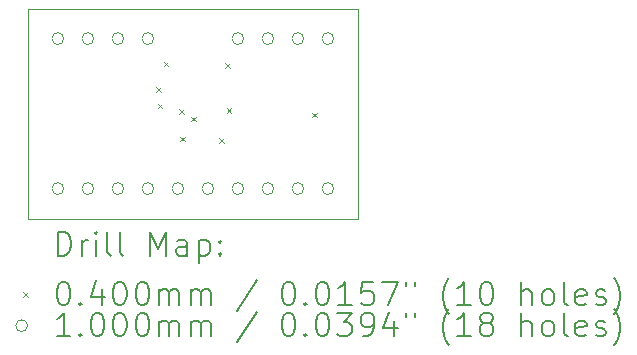
<source format=gbr>
%FSLAX45Y45*%
G04 Gerber Fmt 4.5, Leading zero omitted, Abs format (unit mm)*
G04 Created by KiCad (PCBNEW 6.0.5+dfsg-1~bpo11+1) date 2022-12-25 14:08:46*
%MOMM*%
%LPD*%
G01*
G04 APERTURE LIST*
%TA.AperFunction,Profile*%
%ADD10C,0.050000*%
%TD*%
%ADD11C,0.200000*%
%ADD12C,0.040000*%
%ADD13C,0.100000*%
G04 APERTURE END LIST*
D10*
X13208000Y-10922000D02*
X16002000Y-10922000D01*
X16002000Y-10922000D02*
X16002000Y-9144000D01*
X13208000Y-9144000D02*
X13208000Y-10922000D01*
X16002000Y-9144000D02*
X13208000Y-9144000D01*
D11*
D12*
X14292900Y-9809800D02*
X14332900Y-9849800D01*
X14332900Y-9809800D02*
X14292900Y-9849800D01*
X14305600Y-9949500D02*
X14345600Y-9989500D01*
X14345600Y-9949500D02*
X14305600Y-9989500D01*
X14356400Y-9593900D02*
X14396400Y-9633900D01*
X14396400Y-9593900D02*
X14356400Y-9633900D01*
X14489229Y-9994712D02*
X14529229Y-10034712D01*
X14529229Y-9994712D02*
X14489229Y-10034712D01*
X14496100Y-10228900D02*
X14536100Y-10268900D01*
X14536100Y-10228900D02*
X14496100Y-10268900D01*
X14590769Y-10058031D02*
X14630769Y-10098031D01*
X14630769Y-10058031D02*
X14590769Y-10098031D01*
X14826300Y-10241600D02*
X14866300Y-10281600D01*
X14866300Y-10241600D02*
X14826300Y-10281600D01*
X14877099Y-9606600D02*
X14917099Y-9646600D01*
X14917099Y-9606600D02*
X14877099Y-9646600D01*
X14889800Y-9987600D02*
X14929800Y-10027600D01*
X14929800Y-9987600D02*
X14889800Y-10027600D01*
X15613700Y-10025700D02*
X15653700Y-10065700D01*
X15653700Y-10025700D02*
X15613700Y-10065700D01*
D13*
X13512000Y-9398000D02*
G75*
G03*
X13512000Y-9398000I-50000J0D01*
G01*
X13512000Y-10668000D02*
G75*
G03*
X13512000Y-10668000I-50000J0D01*
G01*
X13766000Y-9398000D02*
G75*
G03*
X13766000Y-9398000I-50000J0D01*
G01*
X13766000Y-10668000D02*
G75*
G03*
X13766000Y-10668000I-50000J0D01*
G01*
X14020000Y-9398000D02*
G75*
G03*
X14020000Y-9398000I-50000J0D01*
G01*
X14020000Y-10668000D02*
G75*
G03*
X14020000Y-10668000I-50000J0D01*
G01*
X14274000Y-9398000D02*
G75*
G03*
X14274000Y-9398000I-50000J0D01*
G01*
X14274000Y-10668000D02*
G75*
G03*
X14274000Y-10668000I-50000J0D01*
G01*
X14528000Y-10668000D02*
G75*
G03*
X14528000Y-10668000I-50000J0D01*
G01*
X14782000Y-10668000D02*
G75*
G03*
X14782000Y-10668000I-50000J0D01*
G01*
X15036000Y-9398000D02*
G75*
G03*
X15036000Y-9398000I-50000J0D01*
G01*
X15036000Y-10668000D02*
G75*
G03*
X15036000Y-10668000I-50000J0D01*
G01*
X15290000Y-9398000D02*
G75*
G03*
X15290000Y-9398000I-50000J0D01*
G01*
X15290000Y-10668000D02*
G75*
G03*
X15290000Y-10668000I-50000J0D01*
G01*
X15544000Y-9398000D02*
G75*
G03*
X15544000Y-9398000I-50000J0D01*
G01*
X15544000Y-10668000D02*
G75*
G03*
X15544000Y-10668000I-50000J0D01*
G01*
X15798000Y-9398000D02*
G75*
G03*
X15798000Y-9398000I-50000J0D01*
G01*
X15798000Y-10668000D02*
G75*
G03*
X15798000Y-10668000I-50000J0D01*
G01*
D11*
X13463119Y-11234976D02*
X13463119Y-11034976D01*
X13510738Y-11034976D01*
X13539309Y-11044500D01*
X13558357Y-11063548D01*
X13567881Y-11082595D01*
X13577405Y-11120690D01*
X13577405Y-11149262D01*
X13567881Y-11187357D01*
X13558357Y-11206405D01*
X13539309Y-11225452D01*
X13510738Y-11234976D01*
X13463119Y-11234976D01*
X13663119Y-11234976D02*
X13663119Y-11101643D01*
X13663119Y-11139738D02*
X13672643Y-11120690D01*
X13682167Y-11111167D01*
X13701214Y-11101643D01*
X13720262Y-11101643D01*
X13786928Y-11234976D02*
X13786928Y-11101643D01*
X13786928Y-11034976D02*
X13777405Y-11044500D01*
X13786928Y-11054024D01*
X13796452Y-11044500D01*
X13786928Y-11034976D01*
X13786928Y-11054024D01*
X13910738Y-11234976D02*
X13891690Y-11225452D01*
X13882167Y-11206405D01*
X13882167Y-11034976D01*
X14015500Y-11234976D02*
X13996452Y-11225452D01*
X13986928Y-11206405D01*
X13986928Y-11034976D01*
X14244071Y-11234976D02*
X14244071Y-11034976D01*
X14310738Y-11177833D01*
X14377405Y-11034976D01*
X14377405Y-11234976D01*
X14558357Y-11234976D02*
X14558357Y-11130214D01*
X14548833Y-11111167D01*
X14529786Y-11101643D01*
X14491690Y-11101643D01*
X14472643Y-11111167D01*
X14558357Y-11225452D02*
X14539309Y-11234976D01*
X14491690Y-11234976D01*
X14472643Y-11225452D01*
X14463119Y-11206405D01*
X14463119Y-11187357D01*
X14472643Y-11168310D01*
X14491690Y-11158786D01*
X14539309Y-11158786D01*
X14558357Y-11149262D01*
X14653595Y-11101643D02*
X14653595Y-11301643D01*
X14653595Y-11111167D02*
X14672643Y-11101643D01*
X14710738Y-11101643D01*
X14729786Y-11111167D01*
X14739309Y-11120690D01*
X14748833Y-11139738D01*
X14748833Y-11196881D01*
X14739309Y-11215928D01*
X14729786Y-11225452D01*
X14710738Y-11234976D01*
X14672643Y-11234976D01*
X14653595Y-11225452D01*
X14834548Y-11215928D02*
X14844071Y-11225452D01*
X14834548Y-11234976D01*
X14825024Y-11225452D01*
X14834548Y-11215928D01*
X14834548Y-11234976D01*
X14834548Y-11111167D02*
X14844071Y-11120690D01*
X14834548Y-11130214D01*
X14825024Y-11120690D01*
X14834548Y-11111167D01*
X14834548Y-11130214D01*
D12*
X13165500Y-11544500D02*
X13205500Y-11584500D01*
X13205500Y-11544500D02*
X13165500Y-11584500D01*
D11*
X13501214Y-11454976D02*
X13520262Y-11454976D01*
X13539309Y-11464500D01*
X13548833Y-11474024D01*
X13558357Y-11493071D01*
X13567881Y-11531167D01*
X13567881Y-11578786D01*
X13558357Y-11616881D01*
X13548833Y-11635928D01*
X13539309Y-11645452D01*
X13520262Y-11654976D01*
X13501214Y-11654976D01*
X13482167Y-11645452D01*
X13472643Y-11635928D01*
X13463119Y-11616881D01*
X13453595Y-11578786D01*
X13453595Y-11531167D01*
X13463119Y-11493071D01*
X13472643Y-11474024D01*
X13482167Y-11464500D01*
X13501214Y-11454976D01*
X13653595Y-11635928D02*
X13663119Y-11645452D01*
X13653595Y-11654976D01*
X13644071Y-11645452D01*
X13653595Y-11635928D01*
X13653595Y-11654976D01*
X13834548Y-11521643D02*
X13834548Y-11654976D01*
X13786928Y-11445452D02*
X13739309Y-11588309D01*
X13863119Y-11588309D01*
X13977405Y-11454976D02*
X13996452Y-11454976D01*
X14015500Y-11464500D01*
X14025024Y-11474024D01*
X14034548Y-11493071D01*
X14044071Y-11531167D01*
X14044071Y-11578786D01*
X14034548Y-11616881D01*
X14025024Y-11635928D01*
X14015500Y-11645452D01*
X13996452Y-11654976D01*
X13977405Y-11654976D01*
X13958357Y-11645452D01*
X13948833Y-11635928D01*
X13939309Y-11616881D01*
X13929786Y-11578786D01*
X13929786Y-11531167D01*
X13939309Y-11493071D01*
X13948833Y-11474024D01*
X13958357Y-11464500D01*
X13977405Y-11454976D01*
X14167881Y-11454976D02*
X14186928Y-11454976D01*
X14205976Y-11464500D01*
X14215500Y-11474024D01*
X14225024Y-11493071D01*
X14234548Y-11531167D01*
X14234548Y-11578786D01*
X14225024Y-11616881D01*
X14215500Y-11635928D01*
X14205976Y-11645452D01*
X14186928Y-11654976D01*
X14167881Y-11654976D01*
X14148833Y-11645452D01*
X14139309Y-11635928D01*
X14129786Y-11616881D01*
X14120262Y-11578786D01*
X14120262Y-11531167D01*
X14129786Y-11493071D01*
X14139309Y-11474024D01*
X14148833Y-11464500D01*
X14167881Y-11454976D01*
X14320262Y-11654976D02*
X14320262Y-11521643D01*
X14320262Y-11540690D02*
X14329786Y-11531167D01*
X14348833Y-11521643D01*
X14377405Y-11521643D01*
X14396452Y-11531167D01*
X14405976Y-11550214D01*
X14405976Y-11654976D01*
X14405976Y-11550214D02*
X14415500Y-11531167D01*
X14434548Y-11521643D01*
X14463119Y-11521643D01*
X14482167Y-11531167D01*
X14491690Y-11550214D01*
X14491690Y-11654976D01*
X14586928Y-11654976D02*
X14586928Y-11521643D01*
X14586928Y-11540690D02*
X14596452Y-11531167D01*
X14615500Y-11521643D01*
X14644071Y-11521643D01*
X14663119Y-11531167D01*
X14672643Y-11550214D01*
X14672643Y-11654976D01*
X14672643Y-11550214D02*
X14682167Y-11531167D01*
X14701214Y-11521643D01*
X14729786Y-11521643D01*
X14748833Y-11531167D01*
X14758357Y-11550214D01*
X14758357Y-11654976D01*
X15148833Y-11445452D02*
X14977405Y-11702595D01*
X15405976Y-11454976D02*
X15425024Y-11454976D01*
X15444071Y-11464500D01*
X15453595Y-11474024D01*
X15463119Y-11493071D01*
X15472643Y-11531167D01*
X15472643Y-11578786D01*
X15463119Y-11616881D01*
X15453595Y-11635928D01*
X15444071Y-11645452D01*
X15425024Y-11654976D01*
X15405976Y-11654976D01*
X15386928Y-11645452D01*
X15377405Y-11635928D01*
X15367881Y-11616881D01*
X15358357Y-11578786D01*
X15358357Y-11531167D01*
X15367881Y-11493071D01*
X15377405Y-11474024D01*
X15386928Y-11464500D01*
X15405976Y-11454976D01*
X15558357Y-11635928D02*
X15567881Y-11645452D01*
X15558357Y-11654976D01*
X15548833Y-11645452D01*
X15558357Y-11635928D01*
X15558357Y-11654976D01*
X15691690Y-11454976D02*
X15710738Y-11454976D01*
X15729786Y-11464500D01*
X15739309Y-11474024D01*
X15748833Y-11493071D01*
X15758357Y-11531167D01*
X15758357Y-11578786D01*
X15748833Y-11616881D01*
X15739309Y-11635928D01*
X15729786Y-11645452D01*
X15710738Y-11654976D01*
X15691690Y-11654976D01*
X15672643Y-11645452D01*
X15663119Y-11635928D01*
X15653595Y-11616881D01*
X15644071Y-11578786D01*
X15644071Y-11531167D01*
X15653595Y-11493071D01*
X15663119Y-11474024D01*
X15672643Y-11464500D01*
X15691690Y-11454976D01*
X15948833Y-11654976D02*
X15834548Y-11654976D01*
X15891690Y-11654976D02*
X15891690Y-11454976D01*
X15872643Y-11483548D01*
X15853595Y-11502595D01*
X15834548Y-11512119D01*
X16129786Y-11454976D02*
X16034548Y-11454976D01*
X16025024Y-11550214D01*
X16034548Y-11540690D01*
X16053595Y-11531167D01*
X16101214Y-11531167D01*
X16120262Y-11540690D01*
X16129786Y-11550214D01*
X16139309Y-11569262D01*
X16139309Y-11616881D01*
X16129786Y-11635928D01*
X16120262Y-11645452D01*
X16101214Y-11654976D01*
X16053595Y-11654976D01*
X16034548Y-11645452D01*
X16025024Y-11635928D01*
X16205976Y-11454976D02*
X16339309Y-11454976D01*
X16253595Y-11654976D01*
X16405976Y-11454976D02*
X16405976Y-11493071D01*
X16482167Y-11454976D02*
X16482167Y-11493071D01*
X16777405Y-11731167D02*
X16767881Y-11721643D01*
X16748833Y-11693071D01*
X16739309Y-11674024D01*
X16729786Y-11645452D01*
X16720262Y-11597833D01*
X16720262Y-11559738D01*
X16729786Y-11512119D01*
X16739309Y-11483548D01*
X16748833Y-11464500D01*
X16767881Y-11435928D01*
X16777405Y-11426405D01*
X16958357Y-11654976D02*
X16844071Y-11654976D01*
X16901214Y-11654976D02*
X16901214Y-11454976D01*
X16882167Y-11483548D01*
X16863119Y-11502595D01*
X16844071Y-11512119D01*
X17082167Y-11454976D02*
X17101214Y-11454976D01*
X17120262Y-11464500D01*
X17129786Y-11474024D01*
X17139310Y-11493071D01*
X17148833Y-11531167D01*
X17148833Y-11578786D01*
X17139310Y-11616881D01*
X17129786Y-11635928D01*
X17120262Y-11645452D01*
X17101214Y-11654976D01*
X17082167Y-11654976D01*
X17063119Y-11645452D01*
X17053595Y-11635928D01*
X17044071Y-11616881D01*
X17034548Y-11578786D01*
X17034548Y-11531167D01*
X17044071Y-11493071D01*
X17053595Y-11474024D01*
X17063119Y-11464500D01*
X17082167Y-11454976D01*
X17386929Y-11654976D02*
X17386929Y-11454976D01*
X17472643Y-11654976D02*
X17472643Y-11550214D01*
X17463119Y-11531167D01*
X17444071Y-11521643D01*
X17415500Y-11521643D01*
X17396452Y-11531167D01*
X17386929Y-11540690D01*
X17596452Y-11654976D02*
X17577405Y-11645452D01*
X17567881Y-11635928D01*
X17558357Y-11616881D01*
X17558357Y-11559738D01*
X17567881Y-11540690D01*
X17577405Y-11531167D01*
X17596452Y-11521643D01*
X17625024Y-11521643D01*
X17644071Y-11531167D01*
X17653595Y-11540690D01*
X17663119Y-11559738D01*
X17663119Y-11616881D01*
X17653595Y-11635928D01*
X17644071Y-11645452D01*
X17625024Y-11654976D01*
X17596452Y-11654976D01*
X17777405Y-11654976D02*
X17758357Y-11645452D01*
X17748833Y-11626405D01*
X17748833Y-11454976D01*
X17929786Y-11645452D02*
X17910738Y-11654976D01*
X17872643Y-11654976D01*
X17853595Y-11645452D01*
X17844071Y-11626405D01*
X17844071Y-11550214D01*
X17853595Y-11531167D01*
X17872643Y-11521643D01*
X17910738Y-11521643D01*
X17929786Y-11531167D01*
X17939310Y-11550214D01*
X17939310Y-11569262D01*
X17844071Y-11588309D01*
X18015500Y-11645452D02*
X18034548Y-11654976D01*
X18072643Y-11654976D01*
X18091690Y-11645452D01*
X18101214Y-11626405D01*
X18101214Y-11616881D01*
X18091690Y-11597833D01*
X18072643Y-11588309D01*
X18044071Y-11588309D01*
X18025024Y-11578786D01*
X18015500Y-11559738D01*
X18015500Y-11550214D01*
X18025024Y-11531167D01*
X18044071Y-11521643D01*
X18072643Y-11521643D01*
X18091690Y-11531167D01*
X18167881Y-11731167D02*
X18177405Y-11721643D01*
X18196452Y-11693071D01*
X18205976Y-11674024D01*
X18215500Y-11645452D01*
X18225024Y-11597833D01*
X18225024Y-11559738D01*
X18215500Y-11512119D01*
X18205976Y-11483548D01*
X18196452Y-11464500D01*
X18177405Y-11435928D01*
X18167881Y-11426405D01*
D13*
X13205500Y-11828500D02*
G75*
G03*
X13205500Y-11828500I-50000J0D01*
G01*
D11*
X13567881Y-11918976D02*
X13453595Y-11918976D01*
X13510738Y-11918976D02*
X13510738Y-11718976D01*
X13491690Y-11747548D01*
X13472643Y-11766595D01*
X13453595Y-11776119D01*
X13653595Y-11899928D02*
X13663119Y-11909452D01*
X13653595Y-11918976D01*
X13644071Y-11909452D01*
X13653595Y-11899928D01*
X13653595Y-11918976D01*
X13786928Y-11718976D02*
X13805976Y-11718976D01*
X13825024Y-11728500D01*
X13834548Y-11738024D01*
X13844071Y-11757071D01*
X13853595Y-11795167D01*
X13853595Y-11842786D01*
X13844071Y-11880881D01*
X13834548Y-11899928D01*
X13825024Y-11909452D01*
X13805976Y-11918976D01*
X13786928Y-11918976D01*
X13767881Y-11909452D01*
X13758357Y-11899928D01*
X13748833Y-11880881D01*
X13739309Y-11842786D01*
X13739309Y-11795167D01*
X13748833Y-11757071D01*
X13758357Y-11738024D01*
X13767881Y-11728500D01*
X13786928Y-11718976D01*
X13977405Y-11718976D02*
X13996452Y-11718976D01*
X14015500Y-11728500D01*
X14025024Y-11738024D01*
X14034548Y-11757071D01*
X14044071Y-11795167D01*
X14044071Y-11842786D01*
X14034548Y-11880881D01*
X14025024Y-11899928D01*
X14015500Y-11909452D01*
X13996452Y-11918976D01*
X13977405Y-11918976D01*
X13958357Y-11909452D01*
X13948833Y-11899928D01*
X13939309Y-11880881D01*
X13929786Y-11842786D01*
X13929786Y-11795167D01*
X13939309Y-11757071D01*
X13948833Y-11738024D01*
X13958357Y-11728500D01*
X13977405Y-11718976D01*
X14167881Y-11718976D02*
X14186928Y-11718976D01*
X14205976Y-11728500D01*
X14215500Y-11738024D01*
X14225024Y-11757071D01*
X14234548Y-11795167D01*
X14234548Y-11842786D01*
X14225024Y-11880881D01*
X14215500Y-11899928D01*
X14205976Y-11909452D01*
X14186928Y-11918976D01*
X14167881Y-11918976D01*
X14148833Y-11909452D01*
X14139309Y-11899928D01*
X14129786Y-11880881D01*
X14120262Y-11842786D01*
X14120262Y-11795167D01*
X14129786Y-11757071D01*
X14139309Y-11738024D01*
X14148833Y-11728500D01*
X14167881Y-11718976D01*
X14320262Y-11918976D02*
X14320262Y-11785643D01*
X14320262Y-11804690D02*
X14329786Y-11795167D01*
X14348833Y-11785643D01*
X14377405Y-11785643D01*
X14396452Y-11795167D01*
X14405976Y-11814214D01*
X14405976Y-11918976D01*
X14405976Y-11814214D02*
X14415500Y-11795167D01*
X14434548Y-11785643D01*
X14463119Y-11785643D01*
X14482167Y-11795167D01*
X14491690Y-11814214D01*
X14491690Y-11918976D01*
X14586928Y-11918976D02*
X14586928Y-11785643D01*
X14586928Y-11804690D02*
X14596452Y-11795167D01*
X14615500Y-11785643D01*
X14644071Y-11785643D01*
X14663119Y-11795167D01*
X14672643Y-11814214D01*
X14672643Y-11918976D01*
X14672643Y-11814214D02*
X14682167Y-11795167D01*
X14701214Y-11785643D01*
X14729786Y-11785643D01*
X14748833Y-11795167D01*
X14758357Y-11814214D01*
X14758357Y-11918976D01*
X15148833Y-11709452D02*
X14977405Y-11966595D01*
X15405976Y-11718976D02*
X15425024Y-11718976D01*
X15444071Y-11728500D01*
X15453595Y-11738024D01*
X15463119Y-11757071D01*
X15472643Y-11795167D01*
X15472643Y-11842786D01*
X15463119Y-11880881D01*
X15453595Y-11899928D01*
X15444071Y-11909452D01*
X15425024Y-11918976D01*
X15405976Y-11918976D01*
X15386928Y-11909452D01*
X15377405Y-11899928D01*
X15367881Y-11880881D01*
X15358357Y-11842786D01*
X15358357Y-11795167D01*
X15367881Y-11757071D01*
X15377405Y-11738024D01*
X15386928Y-11728500D01*
X15405976Y-11718976D01*
X15558357Y-11899928D02*
X15567881Y-11909452D01*
X15558357Y-11918976D01*
X15548833Y-11909452D01*
X15558357Y-11899928D01*
X15558357Y-11918976D01*
X15691690Y-11718976D02*
X15710738Y-11718976D01*
X15729786Y-11728500D01*
X15739309Y-11738024D01*
X15748833Y-11757071D01*
X15758357Y-11795167D01*
X15758357Y-11842786D01*
X15748833Y-11880881D01*
X15739309Y-11899928D01*
X15729786Y-11909452D01*
X15710738Y-11918976D01*
X15691690Y-11918976D01*
X15672643Y-11909452D01*
X15663119Y-11899928D01*
X15653595Y-11880881D01*
X15644071Y-11842786D01*
X15644071Y-11795167D01*
X15653595Y-11757071D01*
X15663119Y-11738024D01*
X15672643Y-11728500D01*
X15691690Y-11718976D01*
X15825024Y-11718976D02*
X15948833Y-11718976D01*
X15882167Y-11795167D01*
X15910738Y-11795167D01*
X15929786Y-11804690D01*
X15939309Y-11814214D01*
X15948833Y-11833262D01*
X15948833Y-11880881D01*
X15939309Y-11899928D01*
X15929786Y-11909452D01*
X15910738Y-11918976D01*
X15853595Y-11918976D01*
X15834548Y-11909452D01*
X15825024Y-11899928D01*
X16044071Y-11918976D02*
X16082167Y-11918976D01*
X16101214Y-11909452D01*
X16110738Y-11899928D01*
X16129786Y-11871357D01*
X16139309Y-11833262D01*
X16139309Y-11757071D01*
X16129786Y-11738024D01*
X16120262Y-11728500D01*
X16101214Y-11718976D01*
X16063119Y-11718976D01*
X16044071Y-11728500D01*
X16034548Y-11738024D01*
X16025024Y-11757071D01*
X16025024Y-11804690D01*
X16034548Y-11823738D01*
X16044071Y-11833262D01*
X16063119Y-11842786D01*
X16101214Y-11842786D01*
X16120262Y-11833262D01*
X16129786Y-11823738D01*
X16139309Y-11804690D01*
X16310738Y-11785643D02*
X16310738Y-11918976D01*
X16263119Y-11709452D02*
X16215500Y-11852309D01*
X16339309Y-11852309D01*
X16405976Y-11718976D02*
X16405976Y-11757071D01*
X16482167Y-11718976D02*
X16482167Y-11757071D01*
X16777405Y-11995167D02*
X16767881Y-11985643D01*
X16748833Y-11957071D01*
X16739309Y-11938024D01*
X16729786Y-11909452D01*
X16720262Y-11861833D01*
X16720262Y-11823738D01*
X16729786Y-11776119D01*
X16739309Y-11747548D01*
X16748833Y-11728500D01*
X16767881Y-11699928D01*
X16777405Y-11690405D01*
X16958357Y-11918976D02*
X16844071Y-11918976D01*
X16901214Y-11918976D02*
X16901214Y-11718976D01*
X16882167Y-11747548D01*
X16863119Y-11766595D01*
X16844071Y-11776119D01*
X17072643Y-11804690D02*
X17053595Y-11795167D01*
X17044071Y-11785643D01*
X17034548Y-11766595D01*
X17034548Y-11757071D01*
X17044071Y-11738024D01*
X17053595Y-11728500D01*
X17072643Y-11718976D01*
X17110738Y-11718976D01*
X17129786Y-11728500D01*
X17139310Y-11738024D01*
X17148833Y-11757071D01*
X17148833Y-11766595D01*
X17139310Y-11785643D01*
X17129786Y-11795167D01*
X17110738Y-11804690D01*
X17072643Y-11804690D01*
X17053595Y-11814214D01*
X17044071Y-11823738D01*
X17034548Y-11842786D01*
X17034548Y-11880881D01*
X17044071Y-11899928D01*
X17053595Y-11909452D01*
X17072643Y-11918976D01*
X17110738Y-11918976D01*
X17129786Y-11909452D01*
X17139310Y-11899928D01*
X17148833Y-11880881D01*
X17148833Y-11842786D01*
X17139310Y-11823738D01*
X17129786Y-11814214D01*
X17110738Y-11804690D01*
X17386929Y-11918976D02*
X17386929Y-11718976D01*
X17472643Y-11918976D02*
X17472643Y-11814214D01*
X17463119Y-11795167D01*
X17444071Y-11785643D01*
X17415500Y-11785643D01*
X17396452Y-11795167D01*
X17386929Y-11804690D01*
X17596452Y-11918976D02*
X17577405Y-11909452D01*
X17567881Y-11899928D01*
X17558357Y-11880881D01*
X17558357Y-11823738D01*
X17567881Y-11804690D01*
X17577405Y-11795167D01*
X17596452Y-11785643D01*
X17625024Y-11785643D01*
X17644071Y-11795167D01*
X17653595Y-11804690D01*
X17663119Y-11823738D01*
X17663119Y-11880881D01*
X17653595Y-11899928D01*
X17644071Y-11909452D01*
X17625024Y-11918976D01*
X17596452Y-11918976D01*
X17777405Y-11918976D02*
X17758357Y-11909452D01*
X17748833Y-11890405D01*
X17748833Y-11718976D01*
X17929786Y-11909452D02*
X17910738Y-11918976D01*
X17872643Y-11918976D01*
X17853595Y-11909452D01*
X17844071Y-11890405D01*
X17844071Y-11814214D01*
X17853595Y-11795167D01*
X17872643Y-11785643D01*
X17910738Y-11785643D01*
X17929786Y-11795167D01*
X17939310Y-11814214D01*
X17939310Y-11833262D01*
X17844071Y-11852309D01*
X18015500Y-11909452D02*
X18034548Y-11918976D01*
X18072643Y-11918976D01*
X18091690Y-11909452D01*
X18101214Y-11890405D01*
X18101214Y-11880881D01*
X18091690Y-11861833D01*
X18072643Y-11852309D01*
X18044071Y-11852309D01*
X18025024Y-11842786D01*
X18015500Y-11823738D01*
X18015500Y-11814214D01*
X18025024Y-11795167D01*
X18044071Y-11785643D01*
X18072643Y-11785643D01*
X18091690Y-11795167D01*
X18167881Y-11995167D02*
X18177405Y-11985643D01*
X18196452Y-11957071D01*
X18205976Y-11938024D01*
X18215500Y-11909452D01*
X18225024Y-11861833D01*
X18225024Y-11823738D01*
X18215500Y-11776119D01*
X18205976Y-11747548D01*
X18196452Y-11728500D01*
X18177405Y-11699928D01*
X18167881Y-11690405D01*
M02*

</source>
